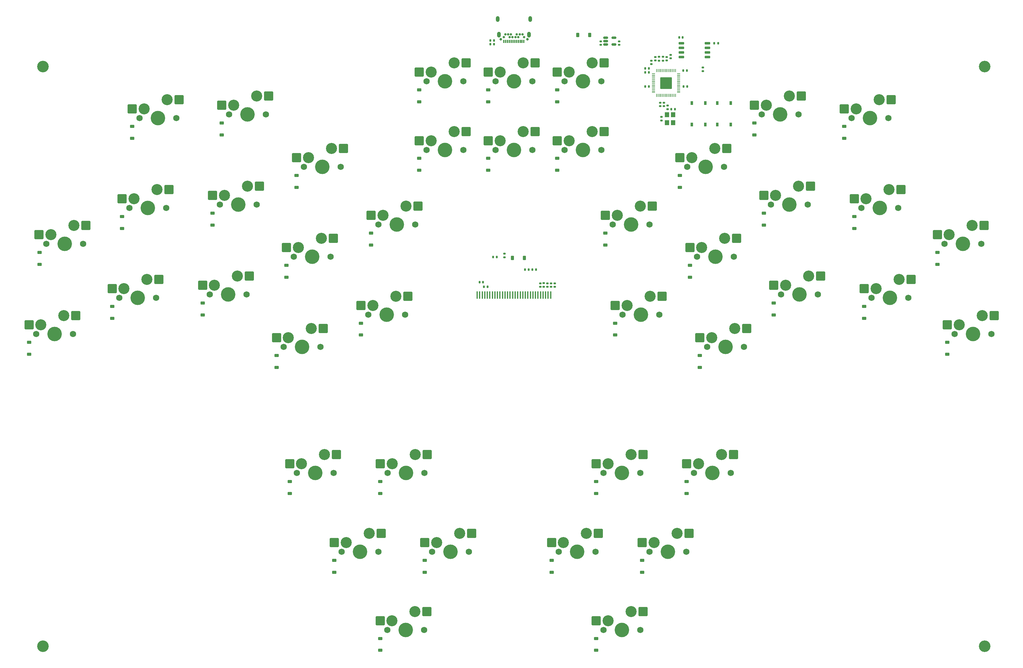
<source format=gbr>
G04 #@! TF.GenerationSoftware,KiCad,Pcbnew,(7.0.0)*
G04 #@! TF.CreationDate,2023-10-12T13:51:26-04:00*
G04 #@! TF.ProjectId,ZBox3-0,5a426f78-332d-4302-9e6b-696361645f70,rev?*
G04 #@! TF.SameCoordinates,Original*
G04 #@! TF.FileFunction,Soldermask,Bot*
G04 #@! TF.FilePolarity,Negative*
%FSLAX46Y46*%
G04 Gerber Fmt 4.6, Leading zero omitted, Abs format (unit mm)*
G04 Created by KiCad (PCBNEW (7.0.0)) date 2023-10-12 13:51:26*
%MOMM*%
%LPD*%
G01*
G04 APERTURE LIST*
G04 Aperture macros list*
%AMRoundRect*
0 Rectangle with rounded corners*
0 $1 Rounding radius*
0 $2 $3 $4 $5 $6 $7 $8 $9 X,Y pos of 4 corners*
0 Add a 4 corners polygon primitive as box body*
4,1,4,$2,$3,$4,$5,$6,$7,$8,$9,$2,$3,0*
0 Add four circle primitives for the rounded corners*
1,1,$1+$1,$2,$3*
1,1,$1+$1,$4,$5*
1,1,$1+$1,$6,$7*
1,1,$1+$1,$8,$9*
0 Add four rect primitives between the rounded corners*
20,1,$1+$1,$2,$3,$4,$5,0*
20,1,$1+$1,$4,$5,$6,$7,0*
20,1,$1+$1,$6,$7,$8,$9,0*
20,1,$1+$1,$8,$9,$2,$3,0*%
G04 Aperture macros list end*
%ADD10C,3.200000*%
%ADD11C,1.750000*%
%ADD12C,3.050000*%
%ADD13C,4.000000*%
%ADD14RoundRect,0.250000X-1.025000X-1.000000X1.025000X-1.000000X1.025000X1.000000X-1.025000X1.000000X0*%
%ADD15R,0.400000X2.000000*%
%ADD16RoundRect,0.140000X-0.140000X-0.170000X0.140000X-0.170000X0.140000X0.170000X-0.140000X0.170000X0*%
%ADD17RoundRect,0.225000X0.375000X-0.225000X0.375000X0.225000X-0.375000X0.225000X-0.375000X-0.225000X0*%
%ADD18RoundRect,0.140000X0.170000X-0.140000X0.170000X0.140000X-0.170000X0.140000X-0.170000X-0.140000X0*%
%ADD19RoundRect,0.140000X0.140000X0.170000X-0.140000X0.170000X-0.140000X-0.170000X0.140000X-0.170000X0*%
%ADD20R,1.200000X1.400000*%
%ADD21RoundRect,0.150000X0.650000X0.150000X-0.650000X0.150000X-0.650000X-0.150000X0.650000X-0.150000X0*%
%ADD22RoundRect,0.140000X-0.170000X0.140000X-0.170000X-0.140000X0.170000X-0.140000X0.170000X0.140000X0*%
%ADD23R,0.750000X1.000000*%
%ADD24RoundRect,0.135000X-0.185000X0.135000X-0.185000X-0.135000X0.185000X-0.135000X0.185000X0.135000X0*%
%ADD25RoundRect,0.135000X0.135000X0.185000X-0.135000X0.185000X-0.135000X-0.185000X0.135000X-0.185000X0*%
%ADD26RoundRect,0.135000X0.185000X-0.135000X0.185000X0.135000X-0.185000X0.135000X-0.185000X-0.135000X0*%
%ADD27RoundRect,0.225000X0.225000X0.375000X-0.225000X0.375000X-0.225000X-0.375000X0.225000X-0.375000X0*%
%ADD28RoundRect,0.050000X0.387500X0.050000X-0.387500X0.050000X-0.387500X-0.050000X0.387500X-0.050000X0*%
%ADD29RoundRect,0.050000X0.050000X0.387500X-0.050000X0.387500X-0.050000X-0.387500X0.050000X-0.387500X0*%
%ADD30RoundRect,0.144000X1.456000X1.456000X-1.456000X1.456000X-1.456000X-1.456000X1.456000X-1.456000X0*%
%ADD31C,0.700000*%
%ADD32R,0.300000X0.900000*%
%ADD33C,0.650000*%
%ADD34O,1.000000X1.600000*%
%ADD35RoundRect,0.135000X-0.135000X-0.185000X0.135000X-0.185000X0.135000X0.185000X-0.135000X0.185000X0*%
%ADD36RoundRect,0.150000X-0.512500X-0.150000X0.512500X-0.150000X0.512500X0.150000X-0.512500X0.150000X0*%
G04 APERTURE END LIST*
D10*
X60000000Y-220000000D03*
D11*
X155108000Y-172147000D03*
D12*
X156378000Y-169607000D03*
D13*
X160188000Y-172147000D03*
D12*
X162728000Y-167067000D03*
D11*
X165268000Y-172147000D03*
D14*
X153103000Y-169607000D03*
X166030000Y-167067000D03*
D11*
X142403000Y-193915000D03*
D12*
X143673000Y-191375000D03*
D13*
X147483000Y-193915000D03*
D12*
X150023000Y-188835000D03*
D11*
X152563000Y-193915000D03*
D14*
X140398000Y-191375000D03*
X153325000Y-188835000D03*
D11*
X243356000Y-137339000D03*
D12*
X244626000Y-134799000D03*
D13*
X248436000Y-137339000D03*
D12*
X250976000Y-132259000D03*
D11*
X253516000Y-137339000D03*
D14*
X241351000Y-134799000D03*
X254278000Y-132259000D03*
D11*
X203962000Y-82948000D03*
D12*
X205232000Y-80408000D03*
D13*
X209042000Y-82948000D03*
D12*
X211582000Y-77868000D03*
D11*
X214122000Y-82948000D03*
D14*
X201957000Y-80408000D03*
X214884000Y-77868000D03*
D11*
X83827000Y-98991000D03*
D12*
X85097000Y-96451000D03*
D13*
X88907000Y-98991000D03*
D12*
X91447000Y-93911000D03*
D11*
X93987000Y-98991000D03*
D14*
X81822000Y-96451000D03*
X94749000Y-93911000D03*
D11*
X167403000Y-193915000D03*
D12*
X168673000Y-191375000D03*
D13*
X172483000Y-193915000D03*
D12*
X175023000Y-188835000D03*
D11*
X177563000Y-193915000D03*
D14*
X165398000Y-191375000D03*
X178325000Y-188835000D03*
D11*
X155064000Y-215471000D03*
D12*
X156334000Y-212931000D03*
D13*
X160144000Y-215471000D03*
D12*
X162684000Y-210391000D03*
D11*
X165224000Y-215471000D03*
D14*
X153059000Y-212931000D03*
X165986000Y-210391000D03*
D10*
X320000000Y-220000000D03*
D11*
X240591000Y-112492000D03*
D12*
X241861000Y-109952000D03*
D13*
X245671000Y-112492000D03*
D12*
X248211000Y-107412000D03*
D11*
X250751000Y-112492000D03*
D14*
X238586000Y-109952000D03*
X251513000Y-107412000D03*
D11*
X239697000Y-172147000D03*
D12*
X240967000Y-169607000D03*
D13*
X244777000Y-172147000D03*
D12*
X247317000Y-167067000D03*
D11*
X249857000Y-172147000D03*
D14*
X237692000Y-169607000D03*
X250619000Y-167067000D03*
D11*
X130108000Y-172147000D03*
D12*
X131378000Y-169607000D03*
D13*
X135188000Y-172147000D03*
D12*
X137728000Y-167067000D03*
D11*
X140268000Y-172147000D03*
D14*
X128103000Y-169607000D03*
X141030000Y-167067000D03*
D11*
X263760000Y-122893000D03*
D12*
X265030000Y-120353000D03*
D13*
X268840000Y-122893000D03*
D12*
X271380000Y-117813000D03*
D11*
X273920000Y-122893000D03*
D14*
X261755000Y-120353000D03*
X274682000Y-117813000D03*
D11*
X60881000Y-108914000D03*
D12*
X62151000Y-106374000D03*
D13*
X65961000Y-108914000D03*
D12*
X68501000Y-103834000D03*
D11*
X71041000Y-108914000D03*
D14*
X58876000Y-106374000D03*
X71803000Y-103834000D03*
D11*
X106045000Y-122893000D03*
D12*
X107315000Y-120353000D03*
D13*
X111125000Y-122893000D03*
D12*
X113665000Y-117813000D03*
D11*
X116205000Y-122893000D03*
D14*
X104040000Y-120353000D03*
X116967000Y-117813000D03*
D10*
X320000000Y-60000000D03*
D15*
X179849999Y-122999999D03*
X180549999Y-122999999D03*
X181249999Y-122999999D03*
X181949999Y-122999999D03*
X182649999Y-122999999D03*
X183349999Y-122999999D03*
X184049999Y-122999999D03*
X184749999Y-122999999D03*
X185449999Y-122999999D03*
X186149999Y-122999999D03*
X186849999Y-122999999D03*
X187549999Y-122999999D03*
X188249999Y-122999999D03*
X188949999Y-122999999D03*
X189649999Y-122999999D03*
X190349999Y-122999999D03*
X191049999Y-122999999D03*
X191749999Y-122999999D03*
X192449999Y-122999999D03*
X193149999Y-122999999D03*
X193849999Y-122999999D03*
X194549999Y-122999999D03*
X195249999Y-122999999D03*
X195949999Y-122999999D03*
X196649999Y-122999999D03*
X197349999Y-122999999D03*
X198049999Y-122999999D03*
X198749999Y-122999999D03*
X199449999Y-122999999D03*
X200149999Y-122999999D03*
D10*
X60000000Y-60000000D03*
D11*
X149809000Y-128433000D03*
D12*
X151079000Y-125893000D03*
D13*
X154889000Y-128433000D03*
D12*
X157429000Y-123353000D03*
D11*
X159969000Y-128433000D03*
D14*
X147804000Y-125893000D03*
X160731000Y-123353000D03*
D11*
X308923000Y-108914000D03*
D12*
X310193000Y-106374000D03*
D13*
X314003000Y-108914000D03*
D12*
X316543000Y-103834000D03*
D11*
X319083000Y-108914000D03*
D14*
X306918000Y-106374000D03*
X319845000Y-103834000D03*
D11*
X108810000Y-98047000D03*
D12*
X110080000Y-95507000D03*
D13*
X113890000Y-98047000D03*
D12*
X116430000Y-92967000D03*
D11*
X118970000Y-98047000D03*
D14*
X106805000Y-95507000D03*
X119732000Y-92967000D03*
D11*
X126449000Y-137339000D03*
D12*
X127719000Y-134799000D03*
D13*
X131529000Y-137339000D03*
D12*
X134069000Y-132259000D03*
D11*
X136609000Y-137339000D03*
D14*
X124444000Y-134799000D03*
X137371000Y-132259000D03*
D11*
X184920000Y-64054000D03*
D12*
X186190000Y-61514000D03*
D13*
X190000000Y-64054000D03*
D12*
X192540000Y-58974000D03*
D11*
X195080000Y-64054000D03*
D14*
X182915000Y-61514000D03*
X195842000Y-58974000D03*
D11*
X219996000Y-128433000D03*
D12*
X221266000Y-125893000D03*
D13*
X225076000Y-128433000D03*
D12*
X227616000Y-123353000D03*
D11*
X230156000Y-128433000D03*
D14*
X217991000Y-125893000D03*
X230918000Y-123353000D03*
D11*
X202402000Y-193915000D03*
D12*
X203672000Y-191375000D03*
D13*
X207482000Y-193915000D03*
D12*
X210022000Y-188835000D03*
D11*
X212562000Y-193915000D03*
D14*
X200397000Y-191375000D03*
X213324000Y-188835000D03*
D11*
X214697000Y-172147000D03*
D12*
X215967000Y-169607000D03*
D13*
X219777000Y-172147000D03*
D12*
X222317000Y-167067000D03*
D11*
X224857000Y-172147000D03*
D14*
X212692000Y-169607000D03*
X225619000Y-167067000D03*
D11*
X86591000Y-74145000D03*
D12*
X87861000Y-71605000D03*
D13*
X91671000Y-74145000D03*
D12*
X94211000Y-69065000D03*
D11*
X96751000Y-74145000D03*
D14*
X84586000Y-71605000D03*
X97513000Y-69065000D03*
D11*
X217231000Y-103586000D03*
D12*
X218501000Y-101046000D03*
D13*
X222311000Y-103586000D03*
D12*
X224851000Y-98506000D03*
D11*
X227391000Y-103586000D03*
D14*
X215226000Y-101046000D03*
X228153000Y-98506000D03*
D11*
X129214000Y-112492000D03*
D12*
X130484000Y-109952000D03*
D13*
X134294000Y-112492000D03*
D12*
X136834000Y-107412000D03*
D11*
X139374000Y-112492000D03*
D14*
X127209000Y-109952000D03*
X140136000Y-107412000D03*
D11*
X258434000Y-73200000D03*
D12*
X259704000Y-70660000D03*
D13*
X263514000Y-73200000D03*
D12*
X266054000Y-68120000D03*
D11*
X268594000Y-73200000D03*
D14*
X256429000Y-70660000D03*
X269356000Y-68120000D03*
D11*
X131978000Y-87645000D03*
D12*
X133248000Y-85105000D03*
D13*
X137058000Y-87645000D03*
D12*
X139598000Y-82565000D03*
D11*
X142138000Y-87645000D03*
D14*
X129973000Y-85105000D03*
X142900000Y-82565000D03*
D11*
X227402000Y-193915000D03*
D12*
X228672000Y-191375000D03*
D13*
X232482000Y-193915000D03*
D12*
X235022000Y-188835000D03*
D11*
X237562000Y-193915000D03*
D14*
X225397000Y-191375000D03*
X238324000Y-188835000D03*
D11*
X285977000Y-98991000D03*
D12*
X287247000Y-96451000D03*
D13*
X291057000Y-98991000D03*
D12*
X293597000Y-93911000D03*
D11*
X296137000Y-98991000D03*
D14*
X283972000Y-96451000D03*
X296899000Y-93911000D03*
D11*
X111370000Y-73200000D03*
D12*
X112640000Y-70660000D03*
D13*
X116450000Y-73200000D03*
D12*
X118990000Y-68120000D03*
D11*
X121530000Y-73200000D03*
D14*
X109365000Y-70660000D03*
X122292000Y-68120000D03*
D11*
X184920000Y-82948000D03*
D12*
X186190000Y-80408000D03*
D13*
X190000000Y-82948000D03*
D12*
X192540000Y-77868000D03*
D11*
X195080000Y-82948000D03*
D14*
X182915000Y-80408000D03*
X195842000Y-77868000D03*
D11*
X311688000Y-133761000D03*
D12*
X312958000Y-131221000D03*
D13*
X316768000Y-133761000D03*
D12*
X319308000Y-128681000D03*
D11*
X321848000Y-133761000D03*
D14*
X309683000Y-131221000D03*
X322610000Y-128681000D03*
D11*
X203962000Y-64054000D03*
D12*
X205232000Y-61514000D03*
D13*
X209042000Y-64054000D03*
D12*
X211582000Y-58974000D03*
D11*
X214122000Y-64054000D03*
D14*
X201957000Y-61514000D03*
X214884000Y-58974000D03*
D11*
X165879000Y-64054000D03*
D12*
X167149000Y-61514000D03*
D13*
X170959000Y-64054000D03*
D12*
X173499000Y-58974000D03*
D11*
X176039000Y-64054000D03*
D14*
X163874000Y-61514000D03*
X176801000Y-58974000D03*
D11*
X214740000Y-215471000D03*
D12*
X216010000Y-212931000D03*
D13*
X219820000Y-215471000D03*
D12*
X222360000Y-210391000D03*
D11*
X224900000Y-215471000D03*
D14*
X212735000Y-212931000D03*
X225662000Y-210391000D03*
D11*
X237827000Y-87645000D03*
D12*
X239097000Y-85105000D03*
D13*
X242907000Y-87645000D03*
D12*
X245447000Y-82565000D03*
D11*
X247987000Y-87645000D03*
D14*
X235822000Y-85105000D03*
X248749000Y-82565000D03*
D11*
X58116000Y-133761000D03*
D12*
X59386000Y-131221000D03*
D13*
X63196000Y-133761000D03*
D12*
X65736000Y-128681000D03*
D11*
X68276000Y-133761000D03*
D14*
X56111000Y-131221000D03*
X69038000Y-128681000D03*
D11*
X283213000Y-74145000D03*
D12*
X284483000Y-71605000D03*
D13*
X288293000Y-74145000D03*
D12*
X290833000Y-69065000D03*
D11*
X293373000Y-74145000D03*
D14*
X281208000Y-71605000D03*
X294135000Y-69065000D03*
D11*
X152574000Y-103586000D03*
D12*
X153844000Y-101046000D03*
D13*
X157654000Y-103586000D03*
D12*
X160194000Y-98506000D03*
D11*
X162734000Y-103586000D03*
D14*
X150569000Y-101046000D03*
X163496000Y-98506000D03*
D11*
X260995000Y-98047000D03*
D12*
X262265000Y-95507000D03*
D13*
X266075000Y-98047000D03*
D12*
X268615000Y-92967000D03*
D11*
X271155000Y-98047000D03*
D14*
X258990000Y-95507000D03*
X271917000Y-92967000D03*
D11*
X288742000Y-123838000D03*
D12*
X290012000Y-121298000D03*
D13*
X293822000Y-123838000D03*
D12*
X296362000Y-118758000D03*
D11*
X298902000Y-123838000D03*
D14*
X286737000Y-121298000D03*
X299664000Y-118758000D03*
D11*
X81062000Y-123838000D03*
D12*
X82332000Y-121298000D03*
D13*
X86142000Y-123838000D03*
D12*
X88682000Y-118758000D03*
D11*
X91222000Y-123838000D03*
D14*
X79057000Y-121298000D03*
X91984000Y-118758000D03*
D11*
X165879000Y-82948000D03*
D12*
X167149000Y-80408000D03*
D13*
X170959000Y-82948000D03*
D12*
X173499000Y-77868000D03*
D11*
X176039000Y-82948000D03*
D14*
X163874000Y-80408000D03*
X176801000Y-77868000D03*
D16*
X180500000Y-119500000D03*
X181460000Y-119500000D03*
D17*
X153059000Y-221121000D03*
X153059000Y-217821000D03*
D18*
X233250000Y-57680000D03*
X233250000Y-56720000D03*
D19*
X234430000Y-71700000D03*
X233470000Y-71700000D03*
D16*
X236770000Y-61100000D03*
X237730000Y-61100000D03*
D17*
X150569000Y-109236000D03*
X150569000Y-105936000D03*
D20*
X233949999Y-73249999D03*
X233949999Y-75449999D03*
X232249999Y-75449999D03*
X232249999Y-73249999D03*
D17*
X258990000Y-103697000D03*
X258990000Y-100397000D03*
X241351000Y-142989000D03*
X241351000Y-139689000D03*
X104040000Y-128543000D03*
X104040000Y-125243000D03*
X81822000Y-104641000D03*
X81822000Y-101341000D03*
D21*
X243400000Y-53495000D03*
X243400000Y-54765000D03*
X243400000Y-56035000D03*
X243400000Y-57305000D03*
X236200000Y-57305000D03*
X236200000Y-56035000D03*
X236200000Y-54765000D03*
X236200000Y-53495000D03*
D19*
X227230000Y-65500000D03*
X226270000Y-65500000D03*
D17*
X163874000Y-88598000D03*
X163874000Y-85298000D03*
X309683000Y-139411000D03*
X309683000Y-136111000D03*
D22*
X230400000Y-69920000D03*
X230400000Y-70880000D03*
D23*
X246124999Y-69999999D03*
X246124999Y-75999999D03*
X249874999Y-69999999D03*
X249874999Y-75999999D03*
D24*
X231150000Y-57290000D03*
X231150000Y-58310000D03*
D17*
X84586000Y-79795000D03*
X84586000Y-76495000D03*
X212692000Y-177797000D03*
X212692000Y-174497000D03*
D24*
X242200000Y-60190000D03*
X242200000Y-61210000D03*
D17*
X217991000Y-134083000D03*
X217991000Y-130783000D03*
D19*
X236580000Y-51900000D03*
X235620000Y-51900000D03*
X227230000Y-61550000D03*
X226270000Y-61550000D03*
D18*
X213950000Y-53980000D03*
X213950000Y-53020000D03*
D25*
X184520000Y-52750000D03*
X183500000Y-52750000D03*
D17*
X124444000Y-142989000D03*
X124444000Y-139689000D03*
X235822000Y-93295000D03*
X235822000Y-89995000D03*
D18*
X219050000Y-53960000D03*
X219050000Y-53000000D03*
D17*
X109365000Y-78850000D03*
X109365000Y-75550000D03*
D18*
X199250000Y-120750000D03*
X199250000Y-119790000D03*
D16*
X236870000Y-65500000D03*
X237830000Y-65500000D03*
D17*
X256429000Y-78850000D03*
X256429000Y-75550000D03*
D19*
X185230000Y-112550000D03*
X184270000Y-112550000D03*
D24*
X187400000Y-111580000D03*
X187400000Y-112600000D03*
D26*
X232450000Y-71760000D03*
X232450000Y-70740000D03*
D17*
X59000000Y-114564000D03*
X59000000Y-111264000D03*
X237692000Y-177797000D03*
X237692000Y-174497000D03*
D27*
X192900000Y-112750000D03*
X189600000Y-112750000D03*
D16*
X181750000Y-120750000D03*
X182710000Y-120750000D03*
D17*
X182915000Y-88598000D03*
X182915000Y-85298000D03*
X128103000Y-177797000D03*
X128103000Y-174497000D03*
X238586000Y-118142000D03*
X238586000Y-114842000D03*
X163874000Y-69704000D03*
X163874000Y-66404000D03*
X153103000Y-177797000D03*
X153103000Y-174497000D03*
D25*
X184510000Y-53750000D03*
X183490000Y-53750000D03*
D28*
X235437500Y-61900000D03*
X235437500Y-62300000D03*
X235437500Y-62700000D03*
X235437500Y-63100000D03*
X235437500Y-63500000D03*
X235437500Y-63900000D03*
X235437500Y-64300000D03*
X235437500Y-64700000D03*
X235437500Y-65100000D03*
X235437500Y-65500000D03*
X235437500Y-65900000D03*
X235437500Y-66300000D03*
X235437500Y-66700000D03*
X235437500Y-67100000D03*
D29*
X234600000Y-67937500D03*
X234200000Y-67937500D03*
X233800000Y-67937500D03*
X233400000Y-67937500D03*
X233000000Y-67937500D03*
X232600000Y-67937500D03*
X232200000Y-67937500D03*
X231800000Y-67937500D03*
X231400000Y-67937500D03*
X231000000Y-67937500D03*
X230600000Y-67937500D03*
X230200000Y-67937500D03*
X229800000Y-67937500D03*
X229400000Y-67937500D03*
D28*
X228562500Y-67100000D03*
X228562500Y-66700000D03*
X228562500Y-66300000D03*
X228562500Y-65900000D03*
X228562500Y-65500000D03*
X228562500Y-65100000D03*
X228562500Y-64700000D03*
X228562500Y-64300000D03*
X228562500Y-63900000D03*
X228562500Y-63500000D03*
X228562500Y-63100000D03*
X228562500Y-62700000D03*
X228562500Y-62300000D03*
X228562500Y-61900000D03*
D29*
X229400000Y-61062500D03*
X229800000Y-61062500D03*
X230200000Y-61062500D03*
X230600000Y-61062500D03*
X231000000Y-61062500D03*
X231400000Y-61062500D03*
X231800000Y-61062500D03*
X232200000Y-61062500D03*
X232600000Y-61062500D03*
X233000000Y-61062500D03*
X233400000Y-61062500D03*
X233800000Y-61062500D03*
X234200000Y-61062500D03*
X234600000Y-61062500D03*
D30*
X232000000Y-64500000D03*
D17*
X200397000Y-199565000D03*
X200397000Y-196265000D03*
X201957000Y-88598000D03*
X201957000Y-85298000D03*
X306918000Y-114564000D03*
X306918000Y-111264000D03*
D22*
X230750000Y-73870000D03*
X230750000Y-74830000D03*
D31*
X186400000Y-52440000D03*
X193750000Y-52440000D03*
D32*
X187249999Y-52999999D03*
X187749999Y-52999999D03*
X188249999Y-52999999D03*
X188749999Y-52999999D03*
X189249999Y-52999999D03*
X189749999Y-52999999D03*
X190249999Y-52999999D03*
X190749999Y-52999999D03*
X191249999Y-52999999D03*
X191749999Y-52999999D03*
X192249999Y-52999999D03*
X192749999Y-52999999D03*
D33*
X192800000Y-51790000D03*
X192400000Y-51090000D03*
X191600000Y-51090000D03*
X191200000Y-51790000D03*
X190800000Y-51090000D03*
X190400000Y-51790000D03*
X189600000Y-51790000D03*
X189200000Y-51090000D03*
X188800000Y-51790000D03*
X188400000Y-51090000D03*
X187600000Y-51090000D03*
X187200000Y-51790000D03*
D34*
X185509999Y-46799999D03*
X185869999Y-51189999D03*
X194129999Y-51189999D03*
X194489999Y-46799999D03*
D35*
X195080000Y-116050000D03*
X196100000Y-116050000D03*
D17*
X106805000Y-103697000D03*
X106805000Y-100397000D03*
X286737000Y-129488000D03*
X286737000Y-126188000D03*
X261755000Y-128543000D03*
X261755000Y-125243000D03*
D24*
X230070000Y-57290000D03*
X230070000Y-58310000D03*
D22*
X231430000Y-69920000D03*
X231430000Y-70880000D03*
D17*
X127209000Y-118142000D03*
X127209000Y-114842000D03*
X129973000Y-93295000D03*
X129973000Y-89995000D03*
X56111000Y-139411000D03*
X56111000Y-136111000D03*
X201957000Y-69704000D03*
X201957000Y-66404000D03*
D35*
X193030000Y-116050000D03*
X194050000Y-116050000D03*
D24*
X198250000Y-119740000D03*
X198250000Y-120760000D03*
D17*
X281208000Y-79795000D03*
X281208000Y-76495000D03*
D18*
X232200000Y-58280000D03*
X232200000Y-57320000D03*
D19*
X227230000Y-60500000D03*
X226270000Y-60500000D03*
D17*
X225397000Y-199565000D03*
X225397000Y-196265000D03*
X140398000Y-199565000D03*
X140398000Y-196265000D03*
X283972000Y-104641000D03*
X283972000Y-101341000D03*
D18*
X200250000Y-120750000D03*
X200250000Y-119790000D03*
D17*
X182915000Y-69704000D03*
X182915000Y-66404000D03*
D25*
X246360000Y-53500000D03*
X245340000Y-53500000D03*
D18*
X227950000Y-59280000D03*
X227950000Y-58320000D03*
D17*
X147804000Y-134083000D03*
X147804000Y-130783000D03*
D23*
X242874999Y-75999999D03*
X242874999Y-69999999D03*
X239124999Y-75999999D03*
X239124999Y-69999999D03*
D27*
X210900000Y-51250000D03*
X207600000Y-51250000D03*
D36*
X215362500Y-53900000D03*
X215362500Y-52950000D03*
X215362500Y-52000000D03*
X217637500Y-52000000D03*
X217637500Y-53900000D03*
D17*
X79057000Y-129488000D03*
X79057000Y-126188000D03*
D18*
X229000000Y-58280000D03*
X229000000Y-57320000D03*
D17*
X215226000Y-109236000D03*
X215226000Y-105936000D03*
D22*
X197250000Y-119790000D03*
X197250000Y-120750000D03*
D17*
X212735000Y-221121000D03*
X212735000Y-217821000D03*
D22*
X201250000Y-119790000D03*
X201250000Y-120750000D03*
D17*
X165398000Y-199565000D03*
X165398000Y-196265000D03*
M02*

</source>
